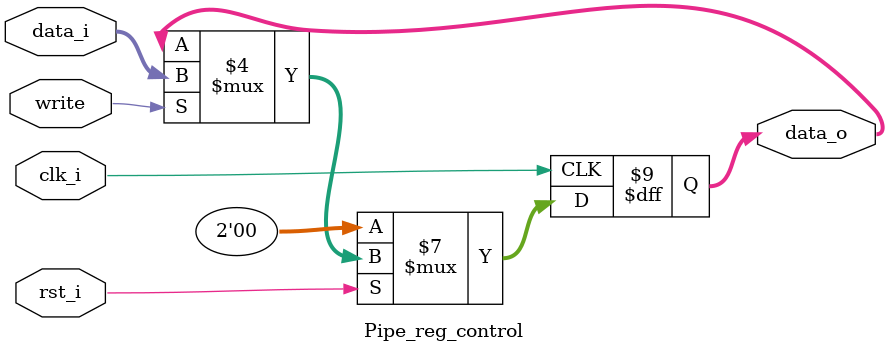
<source format=v>
`timescale 1ns / 1ps
module Pipe_reg_control(
    clk_i,
    rst_i,
    data_i,
    write,
    data_o
    );
					
parameter size = 0;

input   clk_i;		  
input   rst_i;
input   write;
input   [size-1:0] data_i;
output reg  [size-1:0] data_o;
	  
always@(posedge clk_i) begin
    if(~rst_i)
        data_o <= 0;
    else if(write)
        data_o <= data_i;
        else data_o<=data_o;
end

endmodule	
</source>
